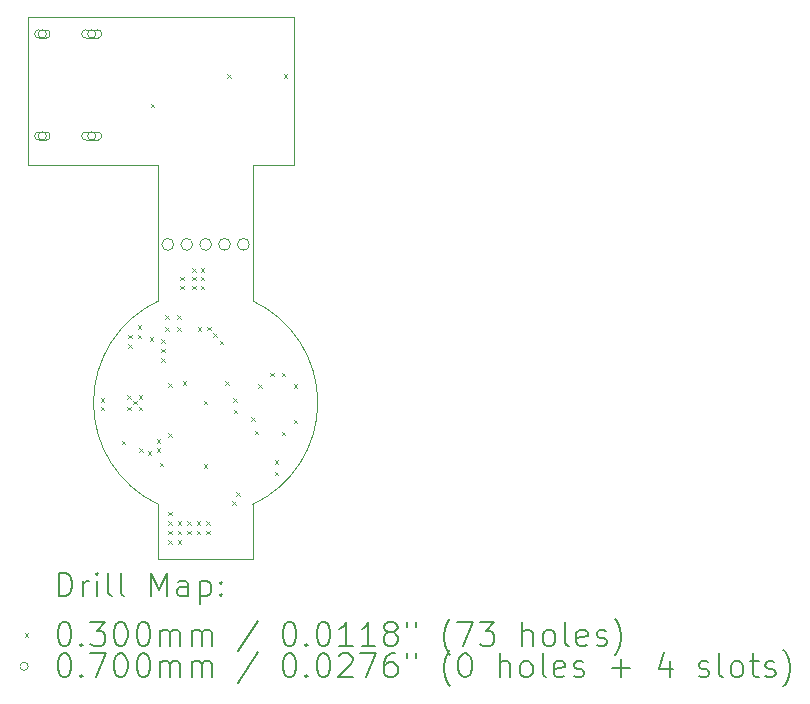
<source format=gbr>
%TF.GenerationSoftware,KiCad,Pcbnew,8.0.5-8.0.5-0~ubuntu20.04.1*%
%TF.CreationDate,2025-01-20T10:50:09+00:00*%
%TF.ProjectId,servo,73657276-6f2e-46b6-9963-61645f706362,rev?*%
%TF.SameCoordinates,Original*%
%TF.FileFunction,Drillmap*%
%TF.FilePolarity,Positive*%
%FSLAX45Y45*%
G04 Gerber Fmt 4.5, Leading zero omitted, Abs format (unit mm)*
G04 Created by KiCad (PCBNEW 8.0.5-8.0.5-0~ubuntu20.04.1) date 2025-01-20 10:50:09*
%MOMM*%
%LPD*%
G01*
G04 APERTURE LIST*
%ADD10C,0.050000*%
%ADD11C,0.200000*%
%ADD12C,0.100000*%
G04 APERTURE END LIST*
D10*
X3500000Y-2985000D02*
X4600000Y-2985000D01*
X4600000Y-6325000D02*
X4600000Y-5861000D01*
X4730000Y-3660000D02*
G75*
G02*
X4630000Y-3660000I-50000J0D01*
G01*
X4630000Y-3660000D02*
G75*
G02*
X4730000Y-3660000I50000J0D01*
G01*
X4600000Y-2985000D02*
X4600000Y-3700000D01*
X5210000Y-3660000D02*
G75*
G02*
X5110000Y-3660000I-50000J0D01*
G01*
X5110000Y-3660000D02*
G75*
G02*
X5210000Y-3660000I50000J0D01*
G01*
X5050000Y-3660000D02*
G75*
G02*
X4950000Y-3660000I-50000J0D01*
G01*
X4950000Y-3660000D02*
G75*
G02*
X5050000Y-3660000I50000J0D01*
G01*
X5400000Y-2985000D02*
X5750000Y-2985000D01*
X5370000Y-3660000D02*
G75*
G02*
X5270000Y-3660000I-50000J0D01*
G01*
X5270000Y-3660000D02*
G75*
G02*
X5370000Y-3660000I50000J0D01*
G01*
X4890000Y-3660000D02*
G75*
G02*
X4790000Y-3660000I-50000J0D01*
G01*
X4790000Y-3660000D02*
G75*
G02*
X4890000Y-3660000I50000J0D01*
G01*
X3500000Y-1735000D02*
X3500000Y-2985000D01*
X5400000Y-6325000D02*
X4600000Y-6325000D01*
X4600000Y-5861000D02*
G75*
G02*
X4600000Y-4139000I400000J861000D01*
G01*
X5400000Y-3700000D02*
X5400000Y-2985000D01*
X5750000Y-1735000D02*
X3500000Y-1735000D01*
X4600000Y-4139000D02*
X4600000Y-3700000D01*
X5400000Y-6325000D02*
X5400000Y-5861000D01*
X5400000Y-4139000D02*
X5400000Y-3700000D01*
X5750000Y-2985000D02*
X5750000Y-1735000D01*
X5400000Y-4139000D02*
G75*
G02*
X5400000Y-5861000I-400000J-861000D01*
G01*
D11*
D12*
X4110000Y-4960000D02*
X4140000Y-4990000D01*
X4140000Y-4960000D02*
X4110000Y-4990000D01*
X4110000Y-5035000D02*
X4140000Y-5065000D01*
X4140000Y-5035000D02*
X4110000Y-5065000D01*
X4290000Y-5321794D02*
X4320000Y-5351794D01*
X4320000Y-5321794D02*
X4290000Y-5351794D01*
X4335000Y-4935000D02*
X4365000Y-4965000D01*
X4365000Y-4935000D02*
X4335000Y-4965000D01*
X4335000Y-5035000D02*
X4365000Y-5065000D01*
X4365000Y-5035000D02*
X4335000Y-5065000D01*
X4345000Y-4425000D02*
X4375000Y-4455000D01*
X4375000Y-4425000D02*
X4345000Y-4455000D01*
X4345000Y-4505000D02*
X4375000Y-4535000D01*
X4375000Y-4505000D02*
X4345000Y-4535000D01*
X4385000Y-4985000D02*
X4415000Y-5015000D01*
X4415000Y-4985000D02*
X4385000Y-5015000D01*
X4425000Y-4345000D02*
X4455000Y-4375000D01*
X4455000Y-4345000D02*
X4425000Y-4375000D01*
X4425000Y-4425000D02*
X4455000Y-4455000D01*
X4455000Y-4425000D02*
X4425000Y-4455000D01*
X4435000Y-4935000D02*
X4465000Y-4965000D01*
X4465000Y-4935000D02*
X4435000Y-4965000D01*
X4435000Y-5035000D02*
X4465000Y-5065000D01*
X4465000Y-5035000D02*
X4435000Y-5065000D01*
X4440000Y-5385000D02*
X4470000Y-5415000D01*
X4470000Y-5385000D02*
X4440000Y-5415000D01*
X4508988Y-5411500D02*
X4538988Y-5441500D01*
X4538988Y-5411500D02*
X4508988Y-5441500D01*
X4525000Y-4445000D02*
X4555000Y-4475000D01*
X4555000Y-4445000D02*
X4525000Y-4475000D01*
X4535000Y-2470000D02*
X4565000Y-2500000D01*
X4565000Y-2470000D02*
X4535000Y-2500000D01*
X4585000Y-5385000D02*
X4615000Y-5415000D01*
X4615000Y-5385000D02*
X4585000Y-5415000D01*
X4586391Y-5308609D02*
X4616391Y-5338609D01*
X4616391Y-5308609D02*
X4586391Y-5338609D01*
X4610000Y-5510000D02*
X4640000Y-5540000D01*
X4640000Y-5510000D02*
X4610000Y-5540000D01*
X4625000Y-4465000D02*
X4655000Y-4495000D01*
X4655000Y-4465000D02*
X4625000Y-4495000D01*
X4625000Y-4545000D02*
X4655000Y-4575000D01*
X4655000Y-4545000D02*
X4625000Y-4575000D01*
X4625000Y-4625000D02*
X4655000Y-4655000D01*
X4655000Y-4625000D02*
X4625000Y-4655000D01*
X4660000Y-4260000D02*
X4690000Y-4290000D01*
X4690000Y-4260000D02*
X4660000Y-4290000D01*
X4660000Y-4360000D02*
X4690000Y-4390000D01*
X4690000Y-4360000D02*
X4660000Y-4390000D01*
X4685000Y-4835000D02*
X4715000Y-4865000D01*
X4715000Y-4835000D02*
X4685000Y-4865000D01*
X4685000Y-5260000D02*
X4715000Y-5290000D01*
X4715000Y-5260000D02*
X4685000Y-5290000D01*
X4685000Y-5925000D02*
X4715000Y-5955000D01*
X4715000Y-5925000D02*
X4685000Y-5955000D01*
X4685000Y-6005000D02*
X4715000Y-6035000D01*
X4715000Y-6005000D02*
X4685000Y-6035000D01*
X4685000Y-6085000D02*
X4715000Y-6115000D01*
X4715000Y-6085000D02*
X4685000Y-6115000D01*
X4685000Y-6165000D02*
X4715000Y-6195000D01*
X4715000Y-6165000D02*
X4685000Y-6195000D01*
X4760000Y-4260000D02*
X4790000Y-4290000D01*
X4790000Y-4260000D02*
X4760000Y-4290000D01*
X4760000Y-4360000D02*
X4790000Y-4390000D01*
X4790000Y-4360000D02*
X4760000Y-4390000D01*
X4765000Y-6005000D02*
X4795000Y-6035000D01*
X4795000Y-6005000D02*
X4765000Y-6035000D01*
X4765000Y-6085000D02*
X4795000Y-6115000D01*
X4795000Y-6085000D02*
X4765000Y-6115000D01*
X4765000Y-6165000D02*
X4795000Y-6195000D01*
X4795000Y-6165000D02*
X4765000Y-6195000D01*
X4785000Y-3935000D02*
X4815000Y-3965000D01*
X4815000Y-3935000D02*
X4785000Y-3965000D01*
X4785000Y-4010000D02*
X4815000Y-4040000D01*
X4815000Y-4010000D02*
X4785000Y-4040000D01*
X4807984Y-4817016D02*
X4837984Y-4847016D01*
X4837984Y-4817016D02*
X4807984Y-4847016D01*
X4845000Y-6005000D02*
X4875000Y-6035000D01*
X4875000Y-6005000D02*
X4845000Y-6035000D01*
X4845000Y-6085000D02*
X4875000Y-6115000D01*
X4875000Y-6085000D02*
X4845000Y-6115000D01*
X4885000Y-3860000D02*
X4915000Y-3890000D01*
X4915000Y-3860000D02*
X4885000Y-3890000D01*
X4885000Y-3935000D02*
X4915000Y-3965000D01*
X4915000Y-3935000D02*
X4885000Y-3965000D01*
X4885000Y-4010000D02*
X4915000Y-4040000D01*
X4915000Y-4010000D02*
X4885000Y-4040000D01*
X4925000Y-6005000D02*
X4955000Y-6035000D01*
X4955000Y-6005000D02*
X4925000Y-6035000D01*
X4925000Y-6085000D02*
X4955000Y-6115000D01*
X4955000Y-6085000D02*
X4925000Y-6115000D01*
X4935000Y-4360000D02*
X4965000Y-4390000D01*
X4965000Y-4360000D02*
X4935000Y-4390000D01*
X4960000Y-3860000D02*
X4990000Y-3890000D01*
X4990000Y-3860000D02*
X4960000Y-3890000D01*
X4960000Y-3935000D02*
X4990000Y-3965000D01*
X4990000Y-3935000D02*
X4960000Y-3965000D01*
X4960000Y-4010000D02*
X4990000Y-4040000D01*
X4990000Y-4010000D02*
X4960000Y-4040000D01*
X4985000Y-4985000D02*
X5015000Y-5015000D01*
X5015000Y-4985000D02*
X4985000Y-5015000D01*
X4985000Y-5520000D02*
X5015000Y-5550000D01*
X5015000Y-5520000D02*
X4985000Y-5550000D01*
X5005000Y-6005000D02*
X5035000Y-6035000D01*
X5035000Y-6005000D02*
X5005000Y-6035000D01*
X5005000Y-6085000D02*
X5035000Y-6115000D01*
X5035000Y-6085000D02*
X5005000Y-6115000D01*
X5011391Y-4358609D02*
X5041391Y-4388609D01*
X5041391Y-4358609D02*
X5011391Y-4388609D01*
X5066391Y-4410000D02*
X5096391Y-4440000D01*
X5096391Y-4410000D02*
X5066391Y-4440000D01*
X5118195Y-4476805D02*
X5148195Y-4506805D01*
X5148195Y-4476805D02*
X5118195Y-4506805D01*
X5165000Y-4817016D02*
X5195000Y-4847016D01*
X5195000Y-4817016D02*
X5165000Y-4847016D01*
X5185000Y-2220000D02*
X5215000Y-2250000D01*
X5215000Y-2220000D02*
X5185000Y-2250000D01*
X5225000Y-5835000D02*
X5255000Y-5865000D01*
X5255000Y-5835000D02*
X5225000Y-5865000D01*
X5235000Y-4960000D02*
X5265000Y-4990000D01*
X5265000Y-4960000D02*
X5235000Y-4990000D01*
X5236391Y-5061391D02*
X5266391Y-5091391D01*
X5266391Y-5061391D02*
X5236391Y-5091391D01*
X5260000Y-5760000D02*
X5290000Y-5790000D01*
X5290000Y-5760000D02*
X5260000Y-5790000D01*
X5386391Y-5125000D02*
X5416391Y-5155000D01*
X5416391Y-5125000D02*
X5386391Y-5155000D01*
X5413891Y-5238891D02*
X5443891Y-5268891D01*
X5443891Y-5238891D02*
X5413891Y-5268891D01*
X5445000Y-4845000D02*
X5475000Y-4875000D01*
X5475000Y-4845000D02*
X5445000Y-4875000D01*
X5545000Y-4745000D02*
X5575000Y-4775000D01*
X5575000Y-4745000D02*
X5545000Y-4775000D01*
X5585000Y-5485000D02*
X5615000Y-5515000D01*
X5615000Y-5485000D02*
X5585000Y-5515000D01*
X5585000Y-5585000D02*
X5615000Y-5615000D01*
X5615000Y-5585000D02*
X5585000Y-5615000D01*
X5645000Y-4745000D02*
X5675000Y-4775000D01*
X5675000Y-4745000D02*
X5645000Y-4775000D01*
X5645000Y-5245000D02*
X5675000Y-5275000D01*
X5675000Y-5245000D02*
X5645000Y-5275000D01*
X5660000Y-2220000D02*
X5690000Y-2250000D01*
X5690000Y-2220000D02*
X5660000Y-2250000D01*
X5745000Y-4845000D02*
X5775000Y-4875000D01*
X5775000Y-4845000D02*
X5745000Y-4875000D01*
X5745000Y-5145000D02*
X5775000Y-5175000D01*
X5775000Y-5145000D02*
X5745000Y-5175000D01*
X3653060Y-1878000D02*
G75*
G02*
X3583060Y-1878000I-35000J0D01*
G01*
X3583060Y-1878000D02*
G75*
G02*
X3653060Y-1878000I35000J0D01*
G01*
X3588060Y-1913000D02*
X3648060Y-1913000D01*
X3648060Y-1843000D02*
G75*
G02*
X3648060Y-1913000I0J-35000D01*
G01*
X3648060Y-1843000D02*
X3588060Y-1843000D01*
X3588060Y-1843000D02*
G75*
G03*
X3588060Y-1913000I0J-35000D01*
G01*
X3653060Y-2742000D02*
G75*
G02*
X3583060Y-2742000I-35000J0D01*
G01*
X3583060Y-2742000D02*
G75*
G02*
X3653060Y-2742000I35000J0D01*
G01*
X3588060Y-2777000D02*
X3648060Y-2777000D01*
X3648060Y-2707000D02*
G75*
G02*
X3648060Y-2777000I0J-35000D01*
G01*
X3648060Y-2707000D02*
X3588060Y-2707000D01*
X3588060Y-2707000D02*
G75*
G03*
X3588060Y-2777000I0J-35000D01*
G01*
X4071060Y-1878000D02*
G75*
G02*
X4001060Y-1878000I-35000J0D01*
G01*
X4001060Y-1878000D02*
G75*
G02*
X4071060Y-1878000I35000J0D01*
G01*
X3986060Y-1913000D02*
X4086060Y-1913000D01*
X4086060Y-1843000D02*
G75*
G02*
X4086060Y-1913000I0J-35000D01*
G01*
X4086060Y-1843000D02*
X3986060Y-1843000D01*
X3986060Y-1843000D02*
G75*
G03*
X3986060Y-1913000I0J-35000D01*
G01*
X4071060Y-2742000D02*
G75*
G02*
X4001060Y-2742000I-35000J0D01*
G01*
X4001060Y-2742000D02*
G75*
G02*
X4071060Y-2742000I35000J0D01*
G01*
X3986060Y-2777000D02*
X4086060Y-2777000D01*
X4086060Y-2707000D02*
G75*
G02*
X4086060Y-2777000I0J-35000D01*
G01*
X4086060Y-2707000D02*
X3986060Y-2707000D01*
X3986060Y-2707000D02*
G75*
G03*
X3986060Y-2777000I0J-35000D01*
G01*
D11*
X3758277Y-6638984D02*
X3758277Y-6438984D01*
X3758277Y-6438984D02*
X3805896Y-6438984D01*
X3805896Y-6438984D02*
X3834467Y-6448508D01*
X3834467Y-6448508D02*
X3853515Y-6467555D01*
X3853515Y-6467555D02*
X3863039Y-6486603D01*
X3863039Y-6486603D02*
X3872562Y-6524698D01*
X3872562Y-6524698D02*
X3872562Y-6553269D01*
X3872562Y-6553269D02*
X3863039Y-6591365D01*
X3863039Y-6591365D02*
X3853515Y-6610412D01*
X3853515Y-6610412D02*
X3834467Y-6629460D01*
X3834467Y-6629460D02*
X3805896Y-6638984D01*
X3805896Y-6638984D02*
X3758277Y-6638984D01*
X3958277Y-6638984D02*
X3958277Y-6505650D01*
X3958277Y-6543746D02*
X3967801Y-6524698D01*
X3967801Y-6524698D02*
X3977324Y-6515174D01*
X3977324Y-6515174D02*
X3996372Y-6505650D01*
X3996372Y-6505650D02*
X4015420Y-6505650D01*
X4082086Y-6638984D02*
X4082086Y-6505650D01*
X4082086Y-6438984D02*
X4072562Y-6448508D01*
X4072562Y-6448508D02*
X4082086Y-6458031D01*
X4082086Y-6458031D02*
X4091610Y-6448508D01*
X4091610Y-6448508D02*
X4082086Y-6438984D01*
X4082086Y-6438984D02*
X4082086Y-6458031D01*
X4205896Y-6638984D02*
X4186848Y-6629460D01*
X4186848Y-6629460D02*
X4177324Y-6610412D01*
X4177324Y-6610412D02*
X4177324Y-6438984D01*
X4310658Y-6638984D02*
X4291610Y-6629460D01*
X4291610Y-6629460D02*
X4282086Y-6610412D01*
X4282086Y-6610412D02*
X4282086Y-6438984D01*
X4539229Y-6638984D02*
X4539229Y-6438984D01*
X4539229Y-6438984D02*
X4605896Y-6581841D01*
X4605896Y-6581841D02*
X4672563Y-6438984D01*
X4672563Y-6438984D02*
X4672563Y-6638984D01*
X4853515Y-6638984D02*
X4853515Y-6534222D01*
X4853515Y-6534222D02*
X4843991Y-6515174D01*
X4843991Y-6515174D02*
X4824944Y-6505650D01*
X4824944Y-6505650D02*
X4786848Y-6505650D01*
X4786848Y-6505650D02*
X4767801Y-6515174D01*
X4853515Y-6629460D02*
X4834467Y-6638984D01*
X4834467Y-6638984D02*
X4786848Y-6638984D01*
X4786848Y-6638984D02*
X4767801Y-6629460D01*
X4767801Y-6629460D02*
X4758277Y-6610412D01*
X4758277Y-6610412D02*
X4758277Y-6591365D01*
X4758277Y-6591365D02*
X4767801Y-6572317D01*
X4767801Y-6572317D02*
X4786848Y-6562793D01*
X4786848Y-6562793D02*
X4834467Y-6562793D01*
X4834467Y-6562793D02*
X4853515Y-6553269D01*
X4948753Y-6505650D02*
X4948753Y-6705650D01*
X4948753Y-6515174D02*
X4967801Y-6505650D01*
X4967801Y-6505650D02*
X5005896Y-6505650D01*
X5005896Y-6505650D02*
X5024944Y-6515174D01*
X5024944Y-6515174D02*
X5034467Y-6524698D01*
X5034467Y-6524698D02*
X5043991Y-6543746D01*
X5043991Y-6543746D02*
X5043991Y-6600888D01*
X5043991Y-6600888D02*
X5034467Y-6619936D01*
X5034467Y-6619936D02*
X5024944Y-6629460D01*
X5024944Y-6629460D02*
X5005896Y-6638984D01*
X5005896Y-6638984D02*
X4967801Y-6638984D01*
X4967801Y-6638984D02*
X4948753Y-6629460D01*
X5129705Y-6619936D02*
X5139229Y-6629460D01*
X5139229Y-6629460D02*
X5129705Y-6638984D01*
X5129705Y-6638984D02*
X5120182Y-6629460D01*
X5120182Y-6629460D02*
X5129705Y-6619936D01*
X5129705Y-6619936D02*
X5129705Y-6638984D01*
X5129705Y-6515174D02*
X5139229Y-6524698D01*
X5139229Y-6524698D02*
X5129705Y-6534222D01*
X5129705Y-6534222D02*
X5120182Y-6524698D01*
X5120182Y-6524698D02*
X5129705Y-6515174D01*
X5129705Y-6515174D02*
X5129705Y-6534222D01*
D12*
X3467500Y-6952500D02*
X3497500Y-6982500D01*
X3497500Y-6952500D02*
X3467500Y-6982500D01*
D11*
X3796372Y-6858984D02*
X3815420Y-6858984D01*
X3815420Y-6858984D02*
X3834467Y-6868508D01*
X3834467Y-6868508D02*
X3843991Y-6878031D01*
X3843991Y-6878031D02*
X3853515Y-6897079D01*
X3853515Y-6897079D02*
X3863039Y-6935174D01*
X3863039Y-6935174D02*
X3863039Y-6982793D01*
X3863039Y-6982793D02*
X3853515Y-7020888D01*
X3853515Y-7020888D02*
X3843991Y-7039936D01*
X3843991Y-7039936D02*
X3834467Y-7049460D01*
X3834467Y-7049460D02*
X3815420Y-7058984D01*
X3815420Y-7058984D02*
X3796372Y-7058984D01*
X3796372Y-7058984D02*
X3777324Y-7049460D01*
X3777324Y-7049460D02*
X3767801Y-7039936D01*
X3767801Y-7039936D02*
X3758277Y-7020888D01*
X3758277Y-7020888D02*
X3748753Y-6982793D01*
X3748753Y-6982793D02*
X3748753Y-6935174D01*
X3748753Y-6935174D02*
X3758277Y-6897079D01*
X3758277Y-6897079D02*
X3767801Y-6878031D01*
X3767801Y-6878031D02*
X3777324Y-6868508D01*
X3777324Y-6868508D02*
X3796372Y-6858984D01*
X3948753Y-7039936D02*
X3958277Y-7049460D01*
X3958277Y-7049460D02*
X3948753Y-7058984D01*
X3948753Y-7058984D02*
X3939229Y-7049460D01*
X3939229Y-7049460D02*
X3948753Y-7039936D01*
X3948753Y-7039936D02*
X3948753Y-7058984D01*
X4024943Y-6858984D02*
X4148753Y-6858984D01*
X4148753Y-6858984D02*
X4082086Y-6935174D01*
X4082086Y-6935174D02*
X4110658Y-6935174D01*
X4110658Y-6935174D02*
X4129705Y-6944698D01*
X4129705Y-6944698D02*
X4139229Y-6954222D01*
X4139229Y-6954222D02*
X4148753Y-6973269D01*
X4148753Y-6973269D02*
X4148753Y-7020888D01*
X4148753Y-7020888D02*
X4139229Y-7039936D01*
X4139229Y-7039936D02*
X4129705Y-7049460D01*
X4129705Y-7049460D02*
X4110658Y-7058984D01*
X4110658Y-7058984D02*
X4053515Y-7058984D01*
X4053515Y-7058984D02*
X4034467Y-7049460D01*
X4034467Y-7049460D02*
X4024943Y-7039936D01*
X4272563Y-6858984D02*
X4291610Y-6858984D01*
X4291610Y-6858984D02*
X4310658Y-6868508D01*
X4310658Y-6868508D02*
X4320182Y-6878031D01*
X4320182Y-6878031D02*
X4329705Y-6897079D01*
X4329705Y-6897079D02*
X4339229Y-6935174D01*
X4339229Y-6935174D02*
X4339229Y-6982793D01*
X4339229Y-6982793D02*
X4329705Y-7020888D01*
X4329705Y-7020888D02*
X4320182Y-7039936D01*
X4320182Y-7039936D02*
X4310658Y-7049460D01*
X4310658Y-7049460D02*
X4291610Y-7058984D01*
X4291610Y-7058984D02*
X4272563Y-7058984D01*
X4272563Y-7058984D02*
X4253515Y-7049460D01*
X4253515Y-7049460D02*
X4243991Y-7039936D01*
X4243991Y-7039936D02*
X4234467Y-7020888D01*
X4234467Y-7020888D02*
X4224944Y-6982793D01*
X4224944Y-6982793D02*
X4224944Y-6935174D01*
X4224944Y-6935174D02*
X4234467Y-6897079D01*
X4234467Y-6897079D02*
X4243991Y-6878031D01*
X4243991Y-6878031D02*
X4253515Y-6868508D01*
X4253515Y-6868508D02*
X4272563Y-6858984D01*
X4463039Y-6858984D02*
X4482086Y-6858984D01*
X4482086Y-6858984D02*
X4501134Y-6868508D01*
X4501134Y-6868508D02*
X4510658Y-6878031D01*
X4510658Y-6878031D02*
X4520182Y-6897079D01*
X4520182Y-6897079D02*
X4529705Y-6935174D01*
X4529705Y-6935174D02*
X4529705Y-6982793D01*
X4529705Y-6982793D02*
X4520182Y-7020888D01*
X4520182Y-7020888D02*
X4510658Y-7039936D01*
X4510658Y-7039936D02*
X4501134Y-7049460D01*
X4501134Y-7049460D02*
X4482086Y-7058984D01*
X4482086Y-7058984D02*
X4463039Y-7058984D01*
X4463039Y-7058984D02*
X4443991Y-7049460D01*
X4443991Y-7049460D02*
X4434467Y-7039936D01*
X4434467Y-7039936D02*
X4424944Y-7020888D01*
X4424944Y-7020888D02*
X4415420Y-6982793D01*
X4415420Y-6982793D02*
X4415420Y-6935174D01*
X4415420Y-6935174D02*
X4424944Y-6897079D01*
X4424944Y-6897079D02*
X4434467Y-6878031D01*
X4434467Y-6878031D02*
X4443991Y-6868508D01*
X4443991Y-6868508D02*
X4463039Y-6858984D01*
X4615420Y-7058984D02*
X4615420Y-6925650D01*
X4615420Y-6944698D02*
X4624944Y-6935174D01*
X4624944Y-6935174D02*
X4643991Y-6925650D01*
X4643991Y-6925650D02*
X4672563Y-6925650D01*
X4672563Y-6925650D02*
X4691610Y-6935174D01*
X4691610Y-6935174D02*
X4701134Y-6954222D01*
X4701134Y-6954222D02*
X4701134Y-7058984D01*
X4701134Y-6954222D02*
X4710658Y-6935174D01*
X4710658Y-6935174D02*
X4729705Y-6925650D01*
X4729705Y-6925650D02*
X4758277Y-6925650D01*
X4758277Y-6925650D02*
X4777325Y-6935174D01*
X4777325Y-6935174D02*
X4786848Y-6954222D01*
X4786848Y-6954222D02*
X4786848Y-7058984D01*
X4882086Y-7058984D02*
X4882086Y-6925650D01*
X4882086Y-6944698D02*
X4891610Y-6935174D01*
X4891610Y-6935174D02*
X4910658Y-6925650D01*
X4910658Y-6925650D02*
X4939229Y-6925650D01*
X4939229Y-6925650D02*
X4958277Y-6935174D01*
X4958277Y-6935174D02*
X4967801Y-6954222D01*
X4967801Y-6954222D02*
X4967801Y-7058984D01*
X4967801Y-6954222D02*
X4977325Y-6935174D01*
X4977325Y-6935174D02*
X4996372Y-6925650D01*
X4996372Y-6925650D02*
X5024944Y-6925650D01*
X5024944Y-6925650D02*
X5043991Y-6935174D01*
X5043991Y-6935174D02*
X5053515Y-6954222D01*
X5053515Y-6954222D02*
X5053515Y-7058984D01*
X5443991Y-6849460D02*
X5272563Y-7106603D01*
X5701134Y-6858984D02*
X5720182Y-6858984D01*
X5720182Y-6858984D02*
X5739229Y-6868508D01*
X5739229Y-6868508D02*
X5748753Y-6878031D01*
X5748753Y-6878031D02*
X5758277Y-6897079D01*
X5758277Y-6897079D02*
X5767801Y-6935174D01*
X5767801Y-6935174D02*
X5767801Y-6982793D01*
X5767801Y-6982793D02*
X5758277Y-7020888D01*
X5758277Y-7020888D02*
X5748753Y-7039936D01*
X5748753Y-7039936D02*
X5739229Y-7049460D01*
X5739229Y-7049460D02*
X5720182Y-7058984D01*
X5720182Y-7058984D02*
X5701134Y-7058984D01*
X5701134Y-7058984D02*
X5682086Y-7049460D01*
X5682086Y-7049460D02*
X5672563Y-7039936D01*
X5672563Y-7039936D02*
X5663039Y-7020888D01*
X5663039Y-7020888D02*
X5653515Y-6982793D01*
X5653515Y-6982793D02*
X5653515Y-6935174D01*
X5653515Y-6935174D02*
X5663039Y-6897079D01*
X5663039Y-6897079D02*
X5672563Y-6878031D01*
X5672563Y-6878031D02*
X5682086Y-6868508D01*
X5682086Y-6868508D02*
X5701134Y-6858984D01*
X5853515Y-7039936D02*
X5863039Y-7049460D01*
X5863039Y-7049460D02*
X5853515Y-7058984D01*
X5853515Y-7058984D02*
X5843991Y-7049460D01*
X5843991Y-7049460D02*
X5853515Y-7039936D01*
X5853515Y-7039936D02*
X5853515Y-7058984D01*
X5986848Y-6858984D02*
X6005896Y-6858984D01*
X6005896Y-6858984D02*
X6024944Y-6868508D01*
X6024944Y-6868508D02*
X6034467Y-6878031D01*
X6034467Y-6878031D02*
X6043991Y-6897079D01*
X6043991Y-6897079D02*
X6053515Y-6935174D01*
X6053515Y-6935174D02*
X6053515Y-6982793D01*
X6053515Y-6982793D02*
X6043991Y-7020888D01*
X6043991Y-7020888D02*
X6034467Y-7039936D01*
X6034467Y-7039936D02*
X6024944Y-7049460D01*
X6024944Y-7049460D02*
X6005896Y-7058984D01*
X6005896Y-7058984D02*
X5986848Y-7058984D01*
X5986848Y-7058984D02*
X5967801Y-7049460D01*
X5967801Y-7049460D02*
X5958277Y-7039936D01*
X5958277Y-7039936D02*
X5948753Y-7020888D01*
X5948753Y-7020888D02*
X5939229Y-6982793D01*
X5939229Y-6982793D02*
X5939229Y-6935174D01*
X5939229Y-6935174D02*
X5948753Y-6897079D01*
X5948753Y-6897079D02*
X5958277Y-6878031D01*
X5958277Y-6878031D02*
X5967801Y-6868508D01*
X5967801Y-6868508D02*
X5986848Y-6858984D01*
X6243991Y-7058984D02*
X6129706Y-7058984D01*
X6186848Y-7058984D02*
X6186848Y-6858984D01*
X6186848Y-6858984D02*
X6167801Y-6887555D01*
X6167801Y-6887555D02*
X6148753Y-6906603D01*
X6148753Y-6906603D02*
X6129706Y-6916127D01*
X6434467Y-7058984D02*
X6320182Y-7058984D01*
X6377325Y-7058984D02*
X6377325Y-6858984D01*
X6377325Y-6858984D02*
X6358277Y-6887555D01*
X6358277Y-6887555D02*
X6339229Y-6906603D01*
X6339229Y-6906603D02*
X6320182Y-6916127D01*
X6548753Y-6944698D02*
X6529706Y-6935174D01*
X6529706Y-6935174D02*
X6520182Y-6925650D01*
X6520182Y-6925650D02*
X6510658Y-6906603D01*
X6510658Y-6906603D02*
X6510658Y-6897079D01*
X6510658Y-6897079D02*
X6520182Y-6878031D01*
X6520182Y-6878031D02*
X6529706Y-6868508D01*
X6529706Y-6868508D02*
X6548753Y-6858984D01*
X6548753Y-6858984D02*
X6586848Y-6858984D01*
X6586848Y-6858984D02*
X6605896Y-6868508D01*
X6605896Y-6868508D02*
X6615420Y-6878031D01*
X6615420Y-6878031D02*
X6624944Y-6897079D01*
X6624944Y-6897079D02*
X6624944Y-6906603D01*
X6624944Y-6906603D02*
X6615420Y-6925650D01*
X6615420Y-6925650D02*
X6605896Y-6935174D01*
X6605896Y-6935174D02*
X6586848Y-6944698D01*
X6586848Y-6944698D02*
X6548753Y-6944698D01*
X6548753Y-6944698D02*
X6529706Y-6954222D01*
X6529706Y-6954222D02*
X6520182Y-6963746D01*
X6520182Y-6963746D02*
X6510658Y-6982793D01*
X6510658Y-6982793D02*
X6510658Y-7020888D01*
X6510658Y-7020888D02*
X6520182Y-7039936D01*
X6520182Y-7039936D02*
X6529706Y-7049460D01*
X6529706Y-7049460D02*
X6548753Y-7058984D01*
X6548753Y-7058984D02*
X6586848Y-7058984D01*
X6586848Y-7058984D02*
X6605896Y-7049460D01*
X6605896Y-7049460D02*
X6615420Y-7039936D01*
X6615420Y-7039936D02*
X6624944Y-7020888D01*
X6624944Y-7020888D02*
X6624944Y-6982793D01*
X6624944Y-6982793D02*
X6615420Y-6963746D01*
X6615420Y-6963746D02*
X6605896Y-6954222D01*
X6605896Y-6954222D02*
X6586848Y-6944698D01*
X6701134Y-6858984D02*
X6701134Y-6897079D01*
X6777325Y-6858984D02*
X6777325Y-6897079D01*
X7072563Y-7135174D02*
X7063039Y-7125650D01*
X7063039Y-7125650D02*
X7043991Y-7097079D01*
X7043991Y-7097079D02*
X7034468Y-7078031D01*
X7034468Y-7078031D02*
X7024944Y-7049460D01*
X7024944Y-7049460D02*
X7015420Y-7001841D01*
X7015420Y-7001841D02*
X7015420Y-6963746D01*
X7015420Y-6963746D02*
X7024944Y-6916127D01*
X7024944Y-6916127D02*
X7034468Y-6887555D01*
X7034468Y-6887555D02*
X7043991Y-6868508D01*
X7043991Y-6868508D02*
X7063039Y-6839936D01*
X7063039Y-6839936D02*
X7072563Y-6830412D01*
X7129706Y-6858984D02*
X7263039Y-6858984D01*
X7263039Y-6858984D02*
X7177325Y-7058984D01*
X7320182Y-6858984D02*
X7443991Y-6858984D01*
X7443991Y-6858984D02*
X7377325Y-6935174D01*
X7377325Y-6935174D02*
X7405896Y-6935174D01*
X7405896Y-6935174D02*
X7424944Y-6944698D01*
X7424944Y-6944698D02*
X7434468Y-6954222D01*
X7434468Y-6954222D02*
X7443991Y-6973269D01*
X7443991Y-6973269D02*
X7443991Y-7020888D01*
X7443991Y-7020888D02*
X7434468Y-7039936D01*
X7434468Y-7039936D02*
X7424944Y-7049460D01*
X7424944Y-7049460D02*
X7405896Y-7058984D01*
X7405896Y-7058984D02*
X7348753Y-7058984D01*
X7348753Y-7058984D02*
X7329706Y-7049460D01*
X7329706Y-7049460D02*
X7320182Y-7039936D01*
X7682087Y-7058984D02*
X7682087Y-6858984D01*
X7767801Y-7058984D02*
X7767801Y-6954222D01*
X7767801Y-6954222D02*
X7758277Y-6935174D01*
X7758277Y-6935174D02*
X7739230Y-6925650D01*
X7739230Y-6925650D02*
X7710658Y-6925650D01*
X7710658Y-6925650D02*
X7691610Y-6935174D01*
X7691610Y-6935174D02*
X7682087Y-6944698D01*
X7891610Y-7058984D02*
X7872563Y-7049460D01*
X7872563Y-7049460D02*
X7863039Y-7039936D01*
X7863039Y-7039936D02*
X7853515Y-7020888D01*
X7853515Y-7020888D02*
X7853515Y-6963746D01*
X7853515Y-6963746D02*
X7863039Y-6944698D01*
X7863039Y-6944698D02*
X7872563Y-6935174D01*
X7872563Y-6935174D02*
X7891610Y-6925650D01*
X7891610Y-6925650D02*
X7920182Y-6925650D01*
X7920182Y-6925650D02*
X7939230Y-6935174D01*
X7939230Y-6935174D02*
X7948753Y-6944698D01*
X7948753Y-6944698D02*
X7958277Y-6963746D01*
X7958277Y-6963746D02*
X7958277Y-7020888D01*
X7958277Y-7020888D02*
X7948753Y-7039936D01*
X7948753Y-7039936D02*
X7939230Y-7049460D01*
X7939230Y-7049460D02*
X7920182Y-7058984D01*
X7920182Y-7058984D02*
X7891610Y-7058984D01*
X8072563Y-7058984D02*
X8053515Y-7049460D01*
X8053515Y-7049460D02*
X8043991Y-7030412D01*
X8043991Y-7030412D02*
X8043991Y-6858984D01*
X8224944Y-7049460D02*
X8205896Y-7058984D01*
X8205896Y-7058984D02*
X8167801Y-7058984D01*
X8167801Y-7058984D02*
X8148753Y-7049460D01*
X8148753Y-7049460D02*
X8139230Y-7030412D01*
X8139230Y-7030412D02*
X8139230Y-6954222D01*
X8139230Y-6954222D02*
X8148753Y-6935174D01*
X8148753Y-6935174D02*
X8167801Y-6925650D01*
X8167801Y-6925650D02*
X8205896Y-6925650D01*
X8205896Y-6925650D02*
X8224944Y-6935174D01*
X8224944Y-6935174D02*
X8234468Y-6954222D01*
X8234468Y-6954222D02*
X8234468Y-6973269D01*
X8234468Y-6973269D02*
X8139230Y-6992317D01*
X8310658Y-7049460D02*
X8329706Y-7058984D01*
X8329706Y-7058984D02*
X8367801Y-7058984D01*
X8367801Y-7058984D02*
X8386849Y-7049460D01*
X8386849Y-7049460D02*
X8396373Y-7030412D01*
X8396373Y-7030412D02*
X8396373Y-7020888D01*
X8396373Y-7020888D02*
X8386849Y-7001841D01*
X8386849Y-7001841D02*
X8367801Y-6992317D01*
X8367801Y-6992317D02*
X8339230Y-6992317D01*
X8339230Y-6992317D02*
X8320182Y-6982793D01*
X8320182Y-6982793D02*
X8310658Y-6963746D01*
X8310658Y-6963746D02*
X8310658Y-6954222D01*
X8310658Y-6954222D02*
X8320182Y-6935174D01*
X8320182Y-6935174D02*
X8339230Y-6925650D01*
X8339230Y-6925650D02*
X8367801Y-6925650D01*
X8367801Y-6925650D02*
X8386849Y-6935174D01*
X8463039Y-7135174D02*
X8472563Y-7125650D01*
X8472563Y-7125650D02*
X8491611Y-7097079D01*
X8491611Y-7097079D02*
X8501134Y-7078031D01*
X8501134Y-7078031D02*
X8510658Y-7049460D01*
X8510658Y-7049460D02*
X8520182Y-7001841D01*
X8520182Y-7001841D02*
X8520182Y-6963746D01*
X8520182Y-6963746D02*
X8510658Y-6916127D01*
X8510658Y-6916127D02*
X8501134Y-6887555D01*
X8501134Y-6887555D02*
X8491611Y-6868508D01*
X8491611Y-6868508D02*
X8472563Y-6839936D01*
X8472563Y-6839936D02*
X8463039Y-6830412D01*
D12*
X3497500Y-7231500D02*
G75*
G02*
X3427500Y-7231500I-35000J0D01*
G01*
X3427500Y-7231500D02*
G75*
G02*
X3497500Y-7231500I35000J0D01*
G01*
D11*
X3796372Y-7122984D02*
X3815420Y-7122984D01*
X3815420Y-7122984D02*
X3834467Y-7132508D01*
X3834467Y-7132508D02*
X3843991Y-7142031D01*
X3843991Y-7142031D02*
X3853515Y-7161079D01*
X3853515Y-7161079D02*
X3863039Y-7199174D01*
X3863039Y-7199174D02*
X3863039Y-7246793D01*
X3863039Y-7246793D02*
X3853515Y-7284888D01*
X3853515Y-7284888D02*
X3843991Y-7303936D01*
X3843991Y-7303936D02*
X3834467Y-7313460D01*
X3834467Y-7313460D02*
X3815420Y-7322984D01*
X3815420Y-7322984D02*
X3796372Y-7322984D01*
X3796372Y-7322984D02*
X3777324Y-7313460D01*
X3777324Y-7313460D02*
X3767801Y-7303936D01*
X3767801Y-7303936D02*
X3758277Y-7284888D01*
X3758277Y-7284888D02*
X3748753Y-7246793D01*
X3748753Y-7246793D02*
X3748753Y-7199174D01*
X3748753Y-7199174D02*
X3758277Y-7161079D01*
X3758277Y-7161079D02*
X3767801Y-7142031D01*
X3767801Y-7142031D02*
X3777324Y-7132508D01*
X3777324Y-7132508D02*
X3796372Y-7122984D01*
X3948753Y-7303936D02*
X3958277Y-7313460D01*
X3958277Y-7313460D02*
X3948753Y-7322984D01*
X3948753Y-7322984D02*
X3939229Y-7313460D01*
X3939229Y-7313460D02*
X3948753Y-7303936D01*
X3948753Y-7303936D02*
X3948753Y-7322984D01*
X4024943Y-7122984D02*
X4158277Y-7122984D01*
X4158277Y-7122984D02*
X4072562Y-7322984D01*
X4272563Y-7122984D02*
X4291610Y-7122984D01*
X4291610Y-7122984D02*
X4310658Y-7132508D01*
X4310658Y-7132508D02*
X4320182Y-7142031D01*
X4320182Y-7142031D02*
X4329705Y-7161079D01*
X4329705Y-7161079D02*
X4339229Y-7199174D01*
X4339229Y-7199174D02*
X4339229Y-7246793D01*
X4339229Y-7246793D02*
X4329705Y-7284888D01*
X4329705Y-7284888D02*
X4320182Y-7303936D01*
X4320182Y-7303936D02*
X4310658Y-7313460D01*
X4310658Y-7313460D02*
X4291610Y-7322984D01*
X4291610Y-7322984D02*
X4272563Y-7322984D01*
X4272563Y-7322984D02*
X4253515Y-7313460D01*
X4253515Y-7313460D02*
X4243991Y-7303936D01*
X4243991Y-7303936D02*
X4234467Y-7284888D01*
X4234467Y-7284888D02*
X4224944Y-7246793D01*
X4224944Y-7246793D02*
X4224944Y-7199174D01*
X4224944Y-7199174D02*
X4234467Y-7161079D01*
X4234467Y-7161079D02*
X4243991Y-7142031D01*
X4243991Y-7142031D02*
X4253515Y-7132508D01*
X4253515Y-7132508D02*
X4272563Y-7122984D01*
X4463039Y-7122984D02*
X4482086Y-7122984D01*
X4482086Y-7122984D02*
X4501134Y-7132508D01*
X4501134Y-7132508D02*
X4510658Y-7142031D01*
X4510658Y-7142031D02*
X4520182Y-7161079D01*
X4520182Y-7161079D02*
X4529705Y-7199174D01*
X4529705Y-7199174D02*
X4529705Y-7246793D01*
X4529705Y-7246793D02*
X4520182Y-7284888D01*
X4520182Y-7284888D02*
X4510658Y-7303936D01*
X4510658Y-7303936D02*
X4501134Y-7313460D01*
X4501134Y-7313460D02*
X4482086Y-7322984D01*
X4482086Y-7322984D02*
X4463039Y-7322984D01*
X4463039Y-7322984D02*
X4443991Y-7313460D01*
X4443991Y-7313460D02*
X4434467Y-7303936D01*
X4434467Y-7303936D02*
X4424944Y-7284888D01*
X4424944Y-7284888D02*
X4415420Y-7246793D01*
X4415420Y-7246793D02*
X4415420Y-7199174D01*
X4415420Y-7199174D02*
X4424944Y-7161079D01*
X4424944Y-7161079D02*
X4434467Y-7142031D01*
X4434467Y-7142031D02*
X4443991Y-7132508D01*
X4443991Y-7132508D02*
X4463039Y-7122984D01*
X4615420Y-7322984D02*
X4615420Y-7189650D01*
X4615420Y-7208698D02*
X4624944Y-7199174D01*
X4624944Y-7199174D02*
X4643991Y-7189650D01*
X4643991Y-7189650D02*
X4672563Y-7189650D01*
X4672563Y-7189650D02*
X4691610Y-7199174D01*
X4691610Y-7199174D02*
X4701134Y-7218222D01*
X4701134Y-7218222D02*
X4701134Y-7322984D01*
X4701134Y-7218222D02*
X4710658Y-7199174D01*
X4710658Y-7199174D02*
X4729705Y-7189650D01*
X4729705Y-7189650D02*
X4758277Y-7189650D01*
X4758277Y-7189650D02*
X4777325Y-7199174D01*
X4777325Y-7199174D02*
X4786848Y-7218222D01*
X4786848Y-7218222D02*
X4786848Y-7322984D01*
X4882086Y-7322984D02*
X4882086Y-7189650D01*
X4882086Y-7208698D02*
X4891610Y-7199174D01*
X4891610Y-7199174D02*
X4910658Y-7189650D01*
X4910658Y-7189650D02*
X4939229Y-7189650D01*
X4939229Y-7189650D02*
X4958277Y-7199174D01*
X4958277Y-7199174D02*
X4967801Y-7218222D01*
X4967801Y-7218222D02*
X4967801Y-7322984D01*
X4967801Y-7218222D02*
X4977325Y-7199174D01*
X4977325Y-7199174D02*
X4996372Y-7189650D01*
X4996372Y-7189650D02*
X5024944Y-7189650D01*
X5024944Y-7189650D02*
X5043991Y-7199174D01*
X5043991Y-7199174D02*
X5053515Y-7218222D01*
X5053515Y-7218222D02*
X5053515Y-7322984D01*
X5443991Y-7113460D02*
X5272563Y-7370603D01*
X5701134Y-7122984D02*
X5720182Y-7122984D01*
X5720182Y-7122984D02*
X5739229Y-7132508D01*
X5739229Y-7132508D02*
X5748753Y-7142031D01*
X5748753Y-7142031D02*
X5758277Y-7161079D01*
X5758277Y-7161079D02*
X5767801Y-7199174D01*
X5767801Y-7199174D02*
X5767801Y-7246793D01*
X5767801Y-7246793D02*
X5758277Y-7284888D01*
X5758277Y-7284888D02*
X5748753Y-7303936D01*
X5748753Y-7303936D02*
X5739229Y-7313460D01*
X5739229Y-7313460D02*
X5720182Y-7322984D01*
X5720182Y-7322984D02*
X5701134Y-7322984D01*
X5701134Y-7322984D02*
X5682086Y-7313460D01*
X5682086Y-7313460D02*
X5672563Y-7303936D01*
X5672563Y-7303936D02*
X5663039Y-7284888D01*
X5663039Y-7284888D02*
X5653515Y-7246793D01*
X5653515Y-7246793D02*
X5653515Y-7199174D01*
X5653515Y-7199174D02*
X5663039Y-7161079D01*
X5663039Y-7161079D02*
X5672563Y-7142031D01*
X5672563Y-7142031D02*
X5682086Y-7132508D01*
X5682086Y-7132508D02*
X5701134Y-7122984D01*
X5853515Y-7303936D02*
X5863039Y-7313460D01*
X5863039Y-7313460D02*
X5853515Y-7322984D01*
X5853515Y-7322984D02*
X5843991Y-7313460D01*
X5843991Y-7313460D02*
X5853515Y-7303936D01*
X5853515Y-7303936D02*
X5853515Y-7322984D01*
X5986848Y-7122984D02*
X6005896Y-7122984D01*
X6005896Y-7122984D02*
X6024944Y-7132508D01*
X6024944Y-7132508D02*
X6034467Y-7142031D01*
X6034467Y-7142031D02*
X6043991Y-7161079D01*
X6043991Y-7161079D02*
X6053515Y-7199174D01*
X6053515Y-7199174D02*
X6053515Y-7246793D01*
X6053515Y-7246793D02*
X6043991Y-7284888D01*
X6043991Y-7284888D02*
X6034467Y-7303936D01*
X6034467Y-7303936D02*
X6024944Y-7313460D01*
X6024944Y-7313460D02*
X6005896Y-7322984D01*
X6005896Y-7322984D02*
X5986848Y-7322984D01*
X5986848Y-7322984D02*
X5967801Y-7313460D01*
X5967801Y-7313460D02*
X5958277Y-7303936D01*
X5958277Y-7303936D02*
X5948753Y-7284888D01*
X5948753Y-7284888D02*
X5939229Y-7246793D01*
X5939229Y-7246793D02*
X5939229Y-7199174D01*
X5939229Y-7199174D02*
X5948753Y-7161079D01*
X5948753Y-7161079D02*
X5958277Y-7142031D01*
X5958277Y-7142031D02*
X5967801Y-7132508D01*
X5967801Y-7132508D02*
X5986848Y-7122984D01*
X6129706Y-7142031D02*
X6139229Y-7132508D01*
X6139229Y-7132508D02*
X6158277Y-7122984D01*
X6158277Y-7122984D02*
X6205896Y-7122984D01*
X6205896Y-7122984D02*
X6224944Y-7132508D01*
X6224944Y-7132508D02*
X6234467Y-7142031D01*
X6234467Y-7142031D02*
X6243991Y-7161079D01*
X6243991Y-7161079D02*
X6243991Y-7180127D01*
X6243991Y-7180127D02*
X6234467Y-7208698D01*
X6234467Y-7208698D02*
X6120182Y-7322984D01*
X6120182Y-7322984D02*
X6243991Y-7322984D01*
X6310658Y-7122984D02*
X6443991Y-7122984D01*
X6443991Y-7122984D02*
X6358277Y-7322984D01*
X6605896Y-7122984D02*
X6567801Y-7122984D01*
X6567801Y-7122984D02*
X6548753Y-7132508D01*
X6548753Y-7132508D02*
X6539229Y-7142031D01*
X6539229Y-7142031D02*
X6520182Y-7170603D01*
X6520182Y-7170603D02*
X6510658Y-7208698D01*
X6510658Y-7208698D02*
X6510658Y-7284888D01*
X6510658Y-7284888D02*
X6520182Y-7303936D01*
X6520182Y-7303936D02*
X6529706Y-7313460D01*
X6529706Y-7313460D02*
X6548753Y-7322984D01*
X6548753Y-7322984D02*
X6586848Y-7322984D01*
X6586848Y-7322984D02*
X6605896Y-7313460D01*
X6605896Y-7313460D02*
X6615420Y-7303936D01*
X6615420Y-7303936D02*
X6624944Y-7284888D01*
X6624944Y-7284888D02*
X6624944Y-7237269D01*
X6624944Y-7237269D02*
X6615420Y-7218222D01*
X6615420Y-7218222D02*
X6605896Y-7208698D01*
X6605896Y-7208698D02*
X6586848Y-7199174D01*
X6586848Y-7199174D02*
X6548753Y-7199174D01*
X6548753Y-7199174D02*
X6529706Y-7208698D01*
X6529706Y-7208698D02*
X6520182Y-7218222D01*
X6520182Y-7218222D02*
X6510658Y-7237269D01*
X6701134Y-7122984D02*
X6701134Y-7161079D01*
X6777325Y-7122984D02*
X6777325Y-7161079D01*
X7072563Y-7399174D02*
X7063039Y-7389650D01*
X7063039Y-7389650D02*
X7043991Y-7361079D01*
X7043991Y-7361079D02*
X7034468Y-7342031D01*
X7034468Y-7342031D02*
X7024944Y-7313460D01*
X7024944Y-7313460D02*
X7015420Y-7265841D01*
X7015420Y-7265841D02*
X7015420Y-7227746D01*
X7015420Y-7227746D02*
X7024944Y-7180127D01*
X7024944Y-7180127D02*
X7034468Y-7151555D01*
X7034468Y-7151555D02*
X7043991Y-7132508D01*
X7043991Y-7132508D02*
X7063039Y-7103936D01*
X7063039Y-7103936D02*
X7072563Y-7094412D01*
X7186848Y-7122984D02*
X7205896Y-7122984D01*
X7205896Y-7122984D02*
X7224944Y-7132508D01*
X7224944Y-7132508D02*
X7234468Y-7142031D01*
X7234468Y-7142031D02*
X7243991Y-7161079D01*
X7243991Y-7161079D02*
X7253515Y-7199174D01*
X7253515Y-7199174D02*
X7253515Y-7246793D01*
X7253515Y-7246793D02*
X7243991Y-7284888D01*
X7243991Y-7284888D02*
X7234468Y-7303936D01*
X7234468Y-7303936D02*
X7224944Y-7313460D01*
X7224944Y-7313460D02*
X7205896Y-7322984D01*
X7205896Y-7322984D02*
X7186848Y-7322984D01*
X7186848Y-7322984D02*
X7167801Y-7313460D01*
X7167801Y-7313460D02*
X7158277Y-7303936D01*
X7158277Y-7303936D02*
X7148753Y-7284888D01*
X7148753Y-7284888D02*
X7139229Y-7246793D01*
X7139229Y-7246793D02*
X7139229Y-7199174D01*
X7139229Y-7199174D02*
X7148753Y-7161079D01*
X7148753Y-7161079D02*
X7158277Y-7142031D01*
X7158277Y-7142031D02*
X7167801Y-7132508D01*
X7167801Y-7132508D02*
X7186848Y-7122984D01*
X7491610Y-7322984D02*
X7491610Y-7122984D01*
X7577325Y-7322984D02*
X7577325Y-7218222D01*
X7577325Y-7218222D02*
X7567801Y-7199174D01*
X7567801Y-7199174D02*
X7548753Y-7189650D01*
X7548753Y-7189650D02*
X7520182Y-7189650D01*
X7520182Y-7189650D02*
X7501134Y-7199174D01*
X7501134Y-7199174D02*
X7491610Y-7208698D01*
X7701134Y-7322984D02*
X7682087Y-7313460D01*
X7682087Y-7313460D02*
X7672563Y-7303936D01*
X7672563Y-7303936D02*
X7663039Y-7284888D01*
X7663039Y-7284888D02*
X7663039Y-7227746D01*
X7663039Y-7227746D02*
X7672563Y-7208698D01*
X7672563Y-7208698D02*
X7682087Y-7199174D01*
X7682087Y-7199174D02*
X7701134Y-7189650D01*
X7701134Y-7189650D02*
X7729706Y-7189650D01*
X7729706Y-7189650D02*
X7748753Y-7199174D01*
X7748753Y-7199174D02*
X7758277Y-7208698D01*
X7758277Y-7208698D02*
X7767801Y-7227746D01*
X7767801Y-7227746D02*
X7767801Y-7284888D01*
X7767801Y-7284888D02*
X7758277Y-7303936D01*
X7758277Y-7303936D02*
X7748753Y-7313460D01*
X7748753Y-7313460D02*
X7729706Y-7322984D01*
X7729706Y-7322984D02*
X7701134Y-7322984D01*
X7882087Y-7322984D02*
X7863039Y-7313460D01*
X7863039Y-7313460D02*
X7853515Y-7294412D01*
X7853515Y-7294412D02*
X7853515Y-7122984D01*
X8034468Y-7313460D02*
X8015420Y-7322984D01*
X8015420Y-7322984D02*
X7977325Y-7322984D01*
X7977325Y-7322984D02*
X7958277Y-7313460D01*
X7958277Y-7313460D02*
X7948753Y-7294412D01*
X7948753Y-7294412D02*
X7948753Y-7218222D01*
X7948753Y-7218222D02*
X7958277Y-7199174D01*
X7958277Y-7199174D02*
X7977325Y-7189650D01*
X7977325Y-7189650D02*
X8015420Y-7189650D01*
X8015420Y-7189650D02*
X8034468Y-7199174D01*
X8034468Y-7199174D02*
X8043991Y-7218222D01*
X8043991Y-7218222D02*
X8043991Y-7237269D01*
X8043991Y-7237269D02*
X7948753Y-7256317D01*
X8120182Y-7313460D02*
X8139230Y-7322984D01*
X8139230Y-7322984D02*
X8177325Y-7322984D01*
X8177325Y-7322984D02*
X8196372Y-7313460D01*
X8196372Y-7313460D02*
X8205896Y-7294412D01*
X8205896Y-7294412D02*
X8205896Y-7284888D01*
X8205896Y-7284888D02*
X8196372Y-7265841D01*
X8196372Y-7265841D02*
X8177325Y-7256317D01*
X8177325Y-7256317D02*
X8148753Y-7256317D01*
X8148753Y-7256317D02*
X8129706Y-7246793D01*
X8129706Y-7246793D02*
X8120182Y-7227746D01*
X8120182Y-7227746D02*
X8120182Y-7218222D01*
X8120182Y-7218222D02*
X8129706Y-7199174D01*
X8129706Y-7199174D02*
X8148753Y-7189650D01*
X8148753Y-7189650D02*
X8177325Y-7189650D01*
X8177325Y-7189650D02*
X8196372Y-7199174D01*
X8443992Y-7246793D02*
X8596373Y-7246793D01*
X8520182Y-7322984D02*
X8520182Y-7170603D01*
X8929706Y-7189650D02*
X8929706Y-7322984D01*
X8882087Y-7113460D02*
X8834468Y-7256317D01*
X8834468Y-7256317D02*
X8958277Y-7256317D01*
X9177325Y-7313460D02*
X9196373Y-7322984D01*
X9196373Y-7322984D02*
X9234468Y-7322984D01*
X9234468Y-7322984D02*
X9253516Y-7313460D01*
X9253516Y-7313460D02*
X9263039Y-7294412D01*
X9263039Y-7294412D02*
X9263039Y-7284888D01*
X9263039Y-7284888D02*
X9253516Y-7265841D01*
X9253516Y-7265841D02*
X9234468Y-7256317D01*
X9234468Y-7256317D02*
X9205896Y-7256317D01*
X9205896Y-7256317D02*
X9186849Y-7246793D01*
X9186849Y-7246793D02*
X9177325Y-7227746D01*
X9177325Y-7227746D02*
X9177325Y-7218222D01*
X9177325Y-7218222D02*
X9186849Y-7199174D01*
X9186849Y-7199174D02*
X9205896Y-7189650D01*
X9205896Y-7189650D02*
X9234468Y-7189650D01*
X9234468Y-7189650D02*
X9253516Y-7199174D01*
X9377325Y-7322984D02*
X9358277Y-7313460D01*
X9358277Y-7313460D02*
X9348754Y-7294412D01*
X9348754Y-7294412D02*
X9348754Y-7122984D01*
X9482087Y-7322984D02*
X9463039Y-7313460D01*
X9463039Y-7313460D02*
X9453516Y-7303936D01*
X9453516Y-7303936D02*
X9443992Y-7284888D01*
X9443992Y-7284888D02*
X9443992Y-7227746D01*
X9443992Y-7227746D02*
X9453516Y-7208698D01*
X9453516Y-7208698D02*
X9463039Y-7199174D01*
X9463039Y-7199174D02*
X9482087Y-7189650D01*
X9482087Y-7189650D02*
X9510658Y-7189650D01*
X9510658Y-7189650D02*
X9529706Y-7199174D01*
X9529706Y-7199174D02*
X9539230Y-7208698D01*
X9539230Y-7208698D02*
X9548754Y-7227746D01*
X9548754Y-7227746D02*
X9548754Y-7284888D01*
X9548754Y-7284888D02*
X9539230Y-7303936D01*
X9539230Y-7303936D02*
X9529706Y-7313460D01*
X9529706Y-7313460D02*
X9510658Y-7322984D01*
X9510658Y-7322984D02*
X9482087Y-7322984D01*
X9605897Y-7189650D02*
X9682087Y-7189650D01*
X9634468Y-7122984D02*
X9634468Y-7294412D01*
X9634468Y-7294412D02*
X9643992Y-7313460D01*
X9643992Y-7313460D02*
X9663039Y-7322984D01*
X9663039Y-7322984D02*
X9682087Y-7322984D01*
X9739230Y-7313460D02*
X9758277Y-7322984D01*
X9758277Y-7322984D02*
X9796373Y-7322984D01*
X9796373Y-7322984D02*
X9815420Y-7313460D01*
X9815420Y-7313460D02*
X9824944Y-7294412D01*
X9824944Y-7294412D02*
X9824944Y-7284888D01*
X9824944Y-7284888D02*
X9815420Y-7265841D01*
X9815420Y-7265841D02*
X9796373Y-7256317D01*
X9796373Y-7256317D02*
X9767801Y-7256317D01*
X9767801Y-7256317D02*
X9748754Y-7246793D01*
X9748754Y-7246793D02*
X9739230Y-7227746D01*
X9739230Y-7227746D02*
X9739230Y-7218222D01*
X9739230Y-7218222D02*
X9748754Y-7199174D01*
X9748754Y-7199174D02*
X9767801Y-7189650D01*
X9767801Y-7189650D02*
X9796373Y-7189650D01*
X9796373Y-7189650D02*
X9815420Y-7199174D01*
X9891611Y-7399174D02*
X9901135Y-7389650D01*
X9901135Y-7389650D02*
X9920182Y-7361079D01*
X9920182Y-7361079D02*
X9929706Y-7342031D01*
X9929706Y-7342031D02*
X9939230Y-7313460D01*
X9939230Y-7313460D02*
X9948754Y-7265841D01*
X9948754Y-7265841D02*
X9948754Y-7227746D01*
X9948754Y-7227746D02*
X9939230Y-7180127D01*
X9939230Y-7180127D02*
X9929706Y-7151555D01*
X9929706Y-7151555D02*
X9920182Y-7132508D01*
X9920182Y-7132508D02*
X9901135Y-7103936D01*
X9901135Y-7103936D02*
X9891611Y-7094412D01*
M02*

</source>
